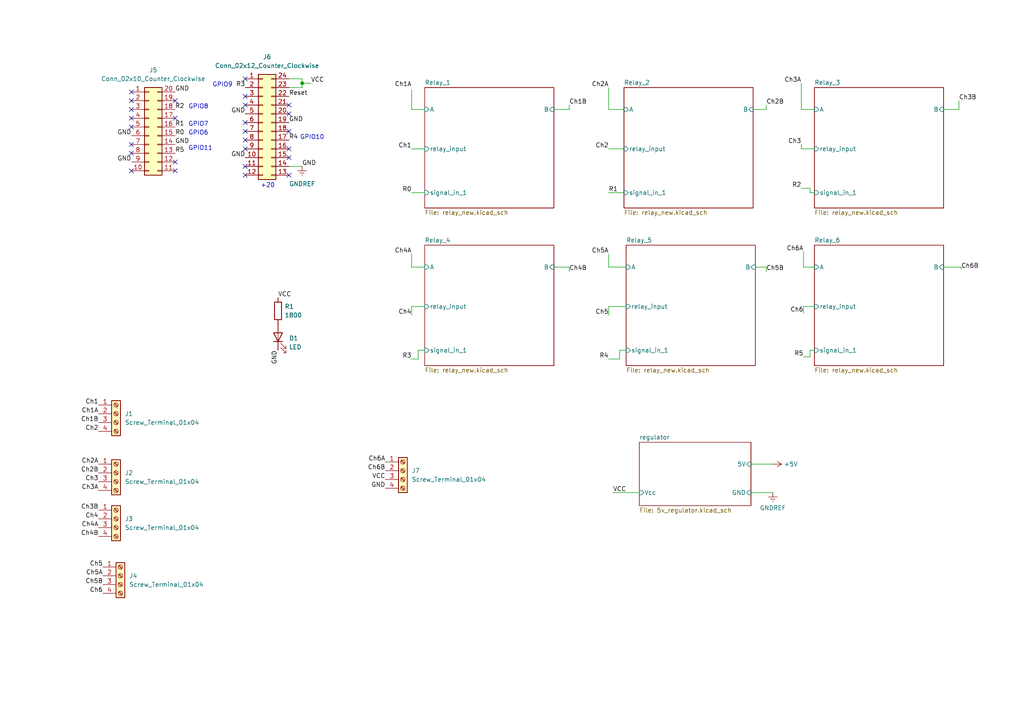
<source format=kicad_sch>
(kicad_sch (version 20211123) (generator eeschema)
  (paper "A4")
  (lib_symbols
    (symbol "Connector:Screw_Terminal_01x04" (pin_names (offset 1.016) hide)
      (property "Reference" "J" (at 0 5.08 0))
      (property "Value" "Screw_Terminal_01x04" (at 0 -7.62 0))
      (symbol "Screw_Terminal_01x04_1_1"
        (rectangle (start -1.27 3.81) (end 1.27 -6.35) (stroke (width 0.254)) (fill (type background)))
        (circle (center 0 -5.08) (radius 0.635) (stroke (width 0.1524)))
        (circle (center 0 -2.54) (radius 0.635) (stroke (width 0.1524)))
        (polyline (pts (xy -0.5334 -4.7498) (xy 0.3302 -5.588)) (stroke (width 0.1524)))
        (polyline (pts (xy -0.5334 -2.2098) (xy 0.3302 -3.048)) (stroke (width 0.1524)))
        (polyline (pts (xy -0.5334 0.3302) (xy 0.3302 -0.508)) (stroke (width 0.1524)))
        (polyline (pts (xy -0.5334 2.8702) (xy 0.3302 2.032)) (stroke (width 0.1524)))
        (polyline (pts (xy -0.3556 -4.572) (xy 0.508 -5.4102)) (stroke (width 0.1524)))
        (polyline (pts (xy -0.3556 -2.032) (xy 0.508 -2.8702)) (stroke (width 0.1524)))
        (polyline (pts (xy -0.3556 0.508) (xy 0.508 -0.3302)) (stroke (width 0.1524)))
        (polyline (pts (xy -0.3556 3.048) (xy 0.508 2.2098)) (stroke (width 0.1524)))
        (circle (center 0 0) (radius 0.635) (stroke (width 0.1524)))
        (circle (center 0 2.54) (radius 0.635) (stroke (width 0.1524)))
        (pin passive line (at -5.08 2.54 0) (length 3.81) (name "Pin_1") (number "1"))
        (pin passive line (at -5.08 0 0) (length 3.81) (name "Pin_2") (number "2"))
        (pin passive line (at -5.08 -2.54 0) (length 3.81) (name "Pin_3") (number "3"))
        (pin passive line (at -5.08 -5.08 0) (length 3.81) (name "Pin_4") (number "4"))
      )
    )
    (symbol "Connector_Generic:Conn_02x10_Counter_Clockwise" (pin_names (offset 1.016) hide)
      (property "Reference" "J" (at 1.27 12.7 0))
      (property "Value" "Conn_02x10_Counter_Clockwise" (at 1.27 -15.24 0))
      (symbol "Conn_02x10_Counter_Clockwise_1_1"
        (rectangle (start -1.27 -12.573) (end 0 -12.827) (stroke (width 0.1524)))
        (rectangle (start -1.27 -10.033) (end 0 -10.287) (stroke (width 0.1524)))
        (rectangle (start -1.27 -7.493) (end 0 -7.747) (stroke (width 0.1524)))
        (rectangle (start -1.27 -4.953) (end 0 -5.207) (stroke (width 0.1524)))
        (rectangle (start -1.27 -2.413) (end 0 -2.667) (stroke (width 0.1524)))
        (rectangle (start -1.27 0.127) (end 0 -0.127) (stroke (width 0.1524)))
        (rectangle (start -1.27 2.667) (end 0 2.413) (stroke (width 0.1524)))
        (rectangle (start -1.27 5.207) (end 0 4.953) (stroke (width 0.1524)))
        (rectangle (start -1.27 7.747) (end 0 7.493) (stroke (width 0.1524)))
        (rectangle (start -1.27 10.287) (end 0 10.033) (stroke (width 0.1524)))
        (rectangle (start -1.27 11.43) (end 3.81 -13.97) (stroke (width 0.254)) (fill (type background)))
        (rectangle (start 3.81 -12.573) (end 2.54 -12.827) (stroke (width 0.1524)))
        (rectangle (start 3.81 -10.033) (end 2.54 -10.287) (stroke (width 0.1524)))
        (rectangle (start 3.81 -7.493) (end 2.54 -7.747) (stroke (width 0.1524)))
        (rectangle (start 3.81 -4.953) (end 2.54 -5.207) (stroke (width 0.1524)))
        (rectangle (start 3.81 -2.413) (end 2.54 -2.667) (stroke (width 0.1524)))
        (rectangle (start 3.81 0.127) (end 2.54 -0.127) (stroke (width 0.1524)))
        (rectangle (start 3.81 2.667) (end 2.54 2.413) (stroke (width 0.1524)))
        (rectangle (start 3.81 5.207) (end 2.54 4.953) (stroke (width 0.1524)))
        (rectangle (start 3.81 7.747) (end 2.54 7.493) (stroke (width 0.1524)))
        (rectangle (start 3.81 10.287) (end 2.54 10.033) (stroke (width 0.1524)))
        (pin passive line (at -5.08 10.16 0) (length 3.81) (name "Pin_1") (number "1"))
        (pin passive line (at -5.08 -12.7 0) (length 3.81) (name "Pin_10") (number "10"))
        (pin passive line (at 7.62 -12.7 180) (length 3.81) (name "Pin_11") (number "11"))
        (pin passive line (at 7.62 -10.16 180) (length 3.81) (name "Pin_12") (number "12"))
        (pin passive line (at 7.62 -7.62 180) (length 3.81) (name "Pin_13") (number "13"))
        (pin passive line (at 7.62 -5.08 180) (length 3.81) (name "Pin_14") (number "14"))
        (pin passive line (at 7.62 -2.54 180) (length 3.81) (name "Pin_15") (number "15"))
        (pin passive line (at 7.62 0 180) (length 3.81) (name "Pin_16") (number "16"))
        (pin passive line (at 7.62 2.54 180) (length 3.81) (name "Pin_17") (number "17"))
        (pin passive line (at 7.62 5.08 180) (length 3.81) (name "Pin_18") (number "18"))
        (pin passive line (at 7.62 7.62 180) (length 3.81) (name "Pin_19") (number "19"))
        (pin passive line (at -5.08 7.62 0) (length 3.81) (name "Pin_2") (number "2"))
        (pin passive line (at 7.62 10.16 180) (length 3.81) (name "Pin_20") (number "20"))
        (pin passive line (at -5.08 5.08 0) (length 3.81) (name "Pin_3") (number "3"))
        (pin passive line (at -5.08 2.54 0) (length 3.81) (name "Pin_4") (number "4"))
        (pin passive line (at -5.08 0 0) (length 3.81) (name "Pin_5") (number "5"))
        (pin passive line (at -5.08 -2.54 0) (length 3.81) (name "Pin_6") (number "6"))
        (pin passive line (at -5.08 -5.08 0) (length 3.81) (name "Pin_7") (number "7"))
        (pin passive line (at -5.08 -7.62 0) (length 3.81) (name "Pin_8") (number "8"))
        (pin passive line (at -5.08 -10.16 0) (length 3.81) (name "Pin_9") (number "9"))
      )
    )
    (symbol "Connector_Generic:Conn_02x12_Counter_Clockwise" (pin_names (offset 1.016) hide)
      (property "Reference" "J" (at 1.27 15.24 0))
      (property "Value" "Conn_02x12_Counter_Clockwise" (at 1.27 -17.78 0))
      (symbol "Conn_02x12_Counter_Clockwise_1_1"
        (rectangle (start -1.27 -15.113) (end 0 -15.367) (stroke (width 0.1524)))
        (rectangle (start -1.27 -12.573) (end 0 -12.827) (stroke (width 0.1524)))
        (rectangle (start -1.27 -10.033) (end 0 -10.287) (stroke (width 0.1524)))
        (rectangle (start -1.27 -7.493) (end 0 -7.747) (stroke (width 0.1524)))
        (rectangle (start -1.27 -4.953) (end 0 -5.207) (stroke (width 0.1524)))
        (rectangle (start -1.27 -2.413) (end 0 -2.667) (stroke (width 0.1524)))
        (rectangle (start -1.27 0.127) (end 0 -0.127) (stroke (width 0.1524)))
        (rectangle (start -1.27 2.667) (end 0 2.413) (stroke (width 0.1524)))
        (rectangle (start -1.27 5.207) (end 0 4.953) (stroke (width 0.1524)))
        (rectangle (start -1.27 7.747) (end 0 7.493) (stroke (width 0.1524)))
        (rectangle (start -1.27 10.287) (end 0 10.033) (stroke (width 0.1524)))
        (rectangle (start -1.27 12.827) (end 0 12.573) (stroke (width 0.1524)))
        (rectangle (start -1.27 13.97) (end 3.81 -16.51) (stroke (width 0.254)) (fill (type background)))
        (rectangle (start 3.81 -15.113) (end 2.54 -15.367) (stroke (width 0.1524)))
        (rectangle (start 3.81 -12.573) (end 2.54 -12.827) (stroke (width 0.1524)))
        (rectangle (start 3.81 -10.033) (end 2.54 -10.287) (stroke (width 0.1524)))
        (rectangle (start 3.81 -7.493) (end 2.54 -7.747) (stroke (width 0.1524)))
        (rectangle (start 3.81 -4.953) (end 2.54 -5.207) (stroke (width 0.1524)))
        (rectangle (start 3.81 -2.413) (end 2.54 -2.667) (stroke (width 0.1524)))
        (rectangle (start 3.81 0.127) (end 2.54 -0.127) (stroke (width 0.1524)))
        (rectangle (start 3.81 2.667) (end 2.54 2.413) (stroke (width 0.1524)))
        (rectangle (start 3.81 5.207) (end 2.54 4.953) (stroke (width 0.1524)))
        (rectangle (start 3.81 7.747) (end 2.54 7.493) (stroke (width 0.1524)))
        (rectangle (start 3.81 10.287) (end 2.54 10.033) (stroke (width 0.1524)))
        (rectangle (start 3.81 12.827) (end 2.54 12.573) (stroke (width 0.1524)))
        (pin passive line (at -5.08 12.7 0) (length 3.81) (name "Pin_1") (number "1"))
        (pin passive line (at -5.08 -10.16 0) (length 3.81) (name "Pin_10") (number "10"))
        (pin passive line (at -5.08 -12.7 0) (length 3.81) (name "Pin_11") (number "11"))
        (pin passive line (at -5.08 -15.24 0) (length 3.81) (name "Pin_12") (number "12"))
        (pin passive line (at 7.62 -15.24 180) (length 3.81) (name "Pin_13") (number "13"))
        (pin passive line (at 7.62 -12.7 180) (length 3.81) (name "Pin_14") (number "14"))
        (pin passive line (at 7.62 -10.16 180) (length 3.81) (name "Pin_15") (number "15"))
        (pin passive line (at 7.62 -7.62 180) (length 3.81) (name "Pin_16") (number "16"))
        (pin passive line (at 7.62 -5.08 180) (length 3.81) (name "Pin_17") (number "17"))
        (pin passive line (at 7.62 -2.54 180) (length 3.81) (name "Pin_18") (number "18"))
        (pin passive line (at 7.62 0 180) (length 3.81) (name "Pin_19") (number "19"))
        (pin passive line (at -5.08 10.16 0) (length 3.81) (name "Pin_2") (number "2"))
        (pin passive line (at 7.62 2.54 180) (length 3.81) (name "Pin_20") (number "20"))
        (pin passive line (at 7.62 5.08 180) (length 3.81) (name "Pin_21") (number "21"))
        (pin passive line (at 7.62 7.62 180) (length 3.81) (name "Pin_22") (number "22"))
        (pin passive line (at 7.62 10.16 180) (length 3.81) (name "Pin_23") (number "23"))
        (pin passive line (at 7.62 12.7 180) (length 3.81) (name "Pin_24") (number "24"))
        (pin passive line (at -5.08 7.62 0) (length 3.81) (name "Pin_3") (number "3"))
        (pin passive line (at -5.08 5.08 0) (length 3.81) (name "Pin_4") (number "4"))
        (pin passive line (at -5.08 2.54 0) (length 3.81) (name "Pin_5") (number "5"))
        (pin passive line (at -5.08 0 0) (length 3.81) (name "Pin_6") (number "6"))
        (pin passive line (at -5.08 -2.54 0) (length 3.81) (name "Pin_7") (number "7"))
        (pin passive line (at -5.08 -5.08 0) (length 3.81) (name "Pin_8") (number "8"))
        (pin passive line (at -5.08 -7.62 0) (length 3.81) (name "Pin_9") (number "9"))
      )
    )
    (symbol "Device:LED" (pin_numbers hide) (pin_names (offset 1.016) hide)
      (property "Reference" "D" (at 0 2.54 0))
      (property "Value" "LED" (at 0 -2.54 0))
      (symbol "LED_0_1"
        (polyline (pts (xy -1.27 -1.27) (xy -1.27 1.27)) (stroke (width 0.254)))
        (polyline (pts (xy -1.27 0) (xy 1.27 0)))
        (polyline (pts (xy 1.27 -1.27) (xy 1.27 1.27) (xy -1.27 0) (xy 1.27 -1.27)) (stroke (width 0.254)))
        (polyline (pts (xy -3.048 -0.762) (xy -4.572 -2.286) (xy -3.81 -2.286) (xy -4.572 -2.286) (xy -4.572 -1.524)))
        (polyline (pts (xy -1.778 -0.762) (xy -3.302 -2.286) (xy -2.54 -2.286) (xy -3.302 -2.286) (xy -3.302 -1.524)))
      )
      (symbol "LED_1_1"
        (pin passive line (at -3.81 0 0) (length 2.54) (name "K") (number "1"))
        (pin passive line (at 3.81 0 180) (length 2.54) (name "A") (number "2"))
      )
    )
    (symbol "Device:R" (pin_numbers hide) (pin_names (offset 0))
      (property "Reference" "R" (at 2.032 0 90))
      (property "Value" "R" (at 0 0 90))
      (symbol "R_0_1"
        (rectangle (start -1.016 -2.54) (end 1.016 2.54) (stroke (width 0.254)))
      )
      (symbol "R_1_1"
        (pin passive line (at 0 3.81 270) (length 1.27) (name "~") (number "1"))
        (pin passive line (at 0 -3.81 90) (length 1.27) (name "~") (number "2"))
      )
    )
    (symbol "power:+5V" (power) (pin_names (offset 0))
      (property "Value" "+5V" (at 0 3.556 0))
      (symbol "+5V_0_1"
        (polyline (pts (xy -0.762 1.27) (xy 0 2.54)))
        (polyline (pts (xy 0 0) (xy 0 2.54)))
        (polyline (pts (xy 0 2.54) (xy 0.762 1.27)))
      )
      (symbol "+5V_1_1"
        (pin power_in line (at 0 0 90) (length 0) hide (name "+5V") (number "1"))
      )
    )
    (symbol "power:GNDREF" (power) (pin_names (offset 0))
      (property "Value" "GNDREF" (at 0 -3.81 0))
      (symbol "GNDREF_0_1"
        (polyline (pts (xy -0.635 -1.905) (xy 0.635 -1.905)))
        (polyline (pts (xy -0.127 -2.54) (xy 0.127 -2.54)))
        (polyline (pts (xy 0 -1.27) (xy 0 0)))
        (polyline (pts (xy 1.27 -1.27) (xy -1.27 -1.27)))
      )
      (symbol "GNDREF_1_1"
        (pin power_in line (at 0 0 270) (length 0) hide (name "GNDREF") (number "1"))
      )
    )
  )
  (junction (at 87.63 24.13))
  (no_connect (at 38.1 34.29))
  (no_connect (at 50.8 34.29))
  (no_connect (at 50.8 29.21))
  (no_connect (at 38.1 26.67))
  (no_connect (at 38.1 29.21))
  (no_connect (at 50.8 49.53))
  (no_connect (at 50.8 46.99))
  (no_connect (at 38.1 41.91))
  (no_connect (at 38.1 44.45))
  (no_connect (at 38.1 49.53))
  (no_connect (at 71.12 40.64))
  (no_connect (at 71.12 38.1))
  (no_connect (at 71.12 35.56))
  (no_connect (at 71.12 30.48))
  (no_connect (at 71.12 27.94))
  (no_connect (at 71.12 22.86))
  (no_connect (at 38.1 31.75))
  (no_connect (at 38.1 36.83))
  (no_connect (at 83.82 50.8))
  (no_connect (at 71.12 50.8))
  (no_connect (at 71.12 48.26))
  (no_connect (at 71.12 43.18))
  (no_connect (at 83.82 33.02))
  (no_connect (at 83.82 38.1))
  (no_connect (at 83.82 30.48))
  (no_connect (at 83.82 43.18))
  (no_connect (at 83.82 45.72))
  (wire (pts (xy 233.045 103.505) (xy 234.95 103.505)))
  (wire (pts (xy 119.38 88.9) (xy 123.19 88.9)))
  (wire (pts (xy 165.1 31.75) (xy 160.655 31.75)))
  (wire (pts (xy 119.38 91.44) (xy 119.38 88.9)))
  (wire (pts (xy 176.53 73.66) (xy 176.53 77.47)))
  (wire (pts (xy 165.1 78.74) (xy 165.1 77.47)))
  (wire (pts (xy 278.13 31.75) (xy 273.685 31.75)))
  (wire (pts (xy 87.63 22.86) (xy 83.82 22.86)))
  (wire (pts (xy 233.045 77.47) (xy 236.22 77.47)))
  (wire (pts (xy 222.25 30.48) (xy 222.25 31.75)))
  (wire (pts (xy 90.17 24.13) (xy 87.63 24.13)))
  (wire (pts (xy 87.63 48.26) (xy 83.82 48.26)))
  (wire (pts (xy 278.765 78.105) (xy 278.765 77.47)))
  (wire (pts (xy 222.25 77.47) (xy 219.075 77.47)))
  (wire (pts (xy 119.38 73.66) (xy 119.38 77.47)))
  (wire (pts (xy 176.53 91.44) (xy 176.53 88.9)))
  (wire (pts (xy 119.38 43.18) (xy 123.19 43.18)))
  (wire (pts (xy 176.53 88.9) (xy 181.61 88.9)))
  (wire (pts (xy 233.045 73.025) (xy 233.045 77.47)))
  (wire (pts (xy 232.41 41.91) (xy 232.41 43.18)))
  (wire (pts (xy 232.41 43.18) (xy 236.22 43.18)))
  (wire (pts (xy 232.41 31.75) (xy 236.22 31.75)))
  (wire (pts (xy 176.53 55.88) (xy 180.975 55.88)))
  (wire (pts (xy 176.53 43.18) (xy 180.975 43.18)))
  (wire (pts (xy 87.63 24.13) (xy 87.63 25.4)))
  (wire (pts (xy 232.41 54.61) (xy 234.95 54.61)))
  (wire (pts (xy 278.765 77.47) (xy 273.685 77.47)))
  (wire (pts (xy 217.805 142.875) (xy 224.155 142.875)))
  (wire (pts (xy 234.95 103.505) (xy 234.95 101.6)))
  (wire (pts (xy 87.63 25.4) (xy 83.82 25.4)))
  (wire (pts (xy 177.8 142.875) (xy 185.42 142.875)))
  (wire (pts (xy 278.13 29.21) (xy 278.13 31.75)))
  (wire (pts (xy 232.41 24.13) (xy 232.41 31.75)))
  (wire (pts (xy 179.705 101.6) (xy 181.61 101.6)))
  (wire (pts (xy 234.95 54.61) (xy 234.95 55.88)))
  (wire (pts (xy 176.53 25.4) (xy 176.53 31.75)))
  (wire (pts (xy 119.38 31.75) (xy 123.19 31.75)))
  (wire (pts (xy 121.285 104.14) (xy 121.285 101.6)))
  (wire (pts (xy 121.285 101.6) (xy 123.19 101.6)))
  (wire (pts (xy 87.63 24.13) (xy 87.63 22.86)))
  (wire (pts (xy 233.045 90.805) (xy 233.045 88.9)))
  (wire (pts (xy 222.25 31.75) (xy 218.44 31.75)))
  (wire (pts (xy 165.1 77.47) (xy 160.655 77.47)))
  (wire (pts (xy 234.95 55.88) (xy 236.22 55.88)))
  (wire (pts (xy 217.805 134.62) (xy 224.155 134.62)))
  (wire (pts (xy 234.95 101.6) (xy 236.22 101.6)))
  (wire (pts (xy 233.045 88.9) (xy 236.22 88.9)))
  (wire (pts (xy 119.38 104.14) (xy 121.285 104.14)))
  (wire (pts (xy 176.53 104.14) (xy 179.705 104.14)))
  (wire (pts (xy 165.1 30.48) (xy 165.1 31.75)))
  (wire (pts (xy 179.705 104.14) (xy 179.705 101.6)))
  (wire (pts (xy 119.38 77.47) (xy 123.19 77.47)))
  (wire (pts (xy 176.53 31.75) (xy 180.975 31.75)))
  (wire (pts (xy 119.38 55.88) (xy 123.19 55.88)))
  (wire (pts (xy 222.25 78.74) (xy 222.25 77.47)))
  (wire (pts (xy 119.38 26.035) (xy 119.38 31.75)))
  (wire (pts (xy 176.53 77.47) (xy 181.61 77.47)))
  (text "GPIO7" (at 54.61 36.83 0) (effects (font (size 1.27 1.27)) (justify left bottom)))
  (text "GPIO9" (at 61.595 25.4 0) (effects (font (size 1.27 1.27)) (justify left bottom)))
  (text "GPIO8" (at 54.61 31.75 0) (effects (font (size 1.27 1.27)) (justify left bottom)))
  (text "GPIO10" (at 86.995 40.64 0) (effects (font (size 1.27 1.27)) (justify left bottom)))
  (text "GPIO11" (at 54.61 43.815 0) (effects (font (size 1.27 1.27)) (justify left bottom)))
  (text "+20" (at 75.565 54.61 0) (effects (font (size 1.27 1.27)) (justify left bottom)))
  (text "GPIO6" (at 54.61 39.37 0) (effects (font (size 1.27 1.27)) (justify left bottom)))
  (label "R3" (at 119.38 104.14 180))
  (label "Ch6A" (at 111.76 133.985 180))
  (label "R1" (at 176.53 55.88 0))
  (label "Ch2A" (at 28.575 134.62 180))
  (label "Ch6" (at 29.845 172.085 180))
  (label "R1" (at 50.8 36.83 0))
  (label "Ch5B" (at 29.845 169.545 180))
  (label "GND" (at 87.63 48.26 0))
  (label "GND" (at 111.76 141.605 180))
  (label "Ch5" (at 176.53 91.44 180))
  (label "Ch1B" (at 28.575 122.555 180))
  (label "Ch1A" (at 28.575 120.015 180))
  (label "Ch2" (at 176.53 43.18 180))
  (label "R4" (at 176.53 104.14 180))
  (label "Ch1" (at 28.575 117.475 180))
  (label "Ch3A" (at 28.575 142.24 180))
  (label "R5" (at 233.045 103.505 180))
  (label "Ch1A" (at 119.38 25.4 180))
  (label "Ch3B" (at 278.13 29.21 0))
  (label "Ch6" (at 233.045 90.805 180))
  (label "R2" (at 232.41 54.61 180))
  (label "VCC" (at 80.645 86.36 0))
  (label "Ch1" (at 119.38 43.18 180))
  (label "Ch3A" (at 232.41 24.13 180))
  (label "R0" (at 119.38 55.88 180))
  (label "Ch4A" (at 119.38 73.66 180))
  (label "Ch5B" (at 222.25 78.74 0))
  (label "R0" (at 50.8 39.37 0))
  (label "Ch5A" (at 29.845 167.005 180))
  (label "Ch4B" (at 165.1 78.74 0))
  (label "VCC" (at 177.8 142.875 0))
  (label "R5" (at 50.8 44.45 0))
  (label "Ch3" (at 28.575 139.7 180))
  (label "R4" (at 83.82 40.64 0))
  (label "Ch5" (at 29.845 164.465 180))
  (label "Ch4B" (at 28.575 155.575 180))
  (label "Ch2B" (at 222.25 30.48 0))
  (label "VCC" (at 90.17 24.13 0))
  (label "Ch5A" (at 176.53 73.66 180))
  (label "GND" (at 38.1 39.37 180))
  (label "Ch3" (at 232.41 41.91 180))
  (label "R2" (at 50.8 31.75 0))
  (label "Ch2A" (at 176.53 25.4 180))
  (label "GND" (at 50.8 41.91 0))
  (label "GND" (at 38.1 46.99 180))
  (label "GND" (at 83.82 35.56 0))
  (label "Ch6B" (at 111.76 136.525 180))
  (label "Reset" (at 83.82 27.94 0))
  (label "Ch4" (at 119.38 91.44 180))
  (label "Ch4" (at 28.575 150.495 180))
  (label "Ch6A" (at 233.045 73.025 180))
  (label "GND" (at 80.645 101.6 270))
  (label "GND" (at 71.12 45.72 180))
  (label "R3" (at 71.12 25.4 180))
  (label "Ch6B" (at 278.765 78.105 0))
  (label "GND" (at 71.12 33.02 180))
  (label "Ch2B" (at 28.575 137.16 180))
  (label "GND" (at 50.8 26.67 0))
  (label "Ch1B" (at 165.1 30.48 0))
  (label "Ch3B" (at 28.575 147.955 180))
  (label "VCC" (at 111.76 139.065 180))
  (label "Ch4A" (at 28.575 153.035 180))
  (label "Ch2" (at 28.575 125.095 180))
  (symbol (lib_id "power:+5V") (at 224.155 134.62 270) (unit 1)
    (property "Reference" "#PWR0103" (effects hide))
    (property "Value" "+5V" (at 227.33 134.6199 90) (effects (justify left)))
  )
  (symbol (lib_id "Connector:Screw_Terminal_01x04") (at 33.655 137.16 0) (unit 1)
    (property "Reference" "J2" (at 36.195 137.1599 0) (effects (justify left)))
    (property "Value" "Screw_Terminal_01x04" (at 36.195 139.6999 0) (effects (justify left)))
    (property "Footprint" "BAJA-4PIN:1984989" (effects hide))
  )
  (symbol (lib_id "Device:LED") (at 80.645 97.79 90) (unit 1)
    (property "Reference" "D1" (at 83.82 98.1074 90) (effects (justify right)))
    (property "Value" "LED" (at 83.82 100.6474 90) (effects (justify right)))
    (property "Footprint" "Diode_SMD:D_1206_3216Metric" (effects hide))
  )
  (symbol (lib_id "Connector:Screw_Terminal_01x04") (at 33.655 120.015 0) (unit 1)
    (property "Reference" "J1" (at 36.195 120.0149 0) (effects (justify left)))
    (property "Value" "Screw_Terminal_01x04" (at 36.195 122.5549 0) (effects (justify left)))
    (property "Footprint" "BAJA-4PIN:1984989" (effects hide))
  )
  (symbol (lib_id "Device:R") (at 80.645 90.17 0) (unit 1)
    (property "Reference" "R1" (at 82.55 88.8999 0) (effects (justify left)))
    (property "Value" "1800" (at 82.55 91.4399 0) (effects (justify left)))
    (property "Footprint" "Resistor_SMD:R_0603_1608Metric" (effects hide))
  )
  (symbol (lib_id "Connector:Screw_Terminal_01x04") (at 33.655 150.495 0) (unit 1)
    (property "Reference" "J3" (at 36.195 150.4949 0) (effects (justify left)))
    (property "Value" "Screw_Terminal_01x04" (at 36.195 153.0349 0) (effects (justify left)))
    (property "Footprint" "BAJA-4PIN:1984989" (effects hide))
  )
  (symbol (lib_id "Connector:Screw_Terminal_01x04") (at 34.925 167.005 0) (unit 1)
    (property "Reference" "J4" (at 37.465 167.0049 0) (effects (justify left)))
    (property "Value" "Screw_Terminal_01x04" (at 37.465 169.5449 0) (effects (justify left)))
    (property "Footprint" "BAJA-4PIN:1984989" (effects hide))
  )
  (symbol (lib_id "power:GNDREF") (at 87.63 48.26 0) (unit 1)
    (property "Reference" "#PWR0101" (effects hide))
    (property "Value" "GNDREF" (at 87.63 53.34 0))
  )
  (symbol (lib_id "power:GNDREF") (at 224.155 142.875 0) (unit 1)
    (property "Reference" "#PWR0102" (effects hide))
    (property "Value" "GNDREF" (at 224.155 147.32 0))
  )
  (symbol (lib_id "Connector_Generic:Conn_02x10_Counter_Clockwise") (at 43.18 36.83 0) (unit 1)
    (property "Reference" "J5" (at 44.45 20.32 0))
    (property "Value" "Conn_02x10_Counter_Clockwise" (at 44.45 22.86 0))
    (property "Footprint" "Connector_PinHeader_2.54mm:PinHeader_2x10_P2.54mm_Vertical" (effects hide))
  )
  (symbol (lib_id "Connector_Generic:Conn_02x12_Counter_Clockwise") (at 76.2 35.56 0) (unit 1)
    (property "Reference" "J6" (at 77.47 16.51 0))
    (property "Value" "Conn_02x12_Counter_Clockwise" (at 77.47 19.05 0))
    (property "Footprint" "Connector_PinHeader_2.54mm:PinHeader_2x12_P2.54mm_Vertical" (effects hide))
  )
  (symbol (lib_id "Connector:Screw_Terminal_01x04") (at 116.84 136.525 0) (unit 1)
    (property "Reference" "J7" (at 119.38 136.5249 0) (effects (justify left)))
    (property "Value" "Screw_Terminal_01x04" (at 119.38 139.0649 0) (effects (justify left)))
    (property "Footprint" "BAJA-4PIN:1984989" (effects hide))
  )
  (sheet (at 123.19 71.12) (size 37.465 34.925) (stroke (width 0.1524))
    (property "Sheet name" "Relay_4" (at 123.19 70.4084 0) (effects (justify left bottom)))
    (property "Sheet file" "relay_new.kicad_sch" (at 123.19 106.6296 0) (effects (justify left top)))
    (pin "signal_in_1" input (at 123.19 101.6 180))
    (pin "relay_input" input (at 123.19 88.9 180))
    (pin "A" input (at 123.19 77.47 180))
    (pin "B" input (at 160.655 77.47 0))
  )
  (sheet (at 180.975 25.4) (size 37.465 34.925) (stroke (width 0.1524))
    (property "Sheet name" "Relay_2" (at 180.975 24.6884 0) (effects (justify left bottom)))
    (property "Sheet file" "relay_new.kicad_sch" (at 180.975 60.9096 0) (effects (justify left top)))
    (pin "signal_in_1" input (at 180.975 55.88 180))
    (pin "relay_input" input (at 180.975 43.18 180))
    (pin "A" input (at 180.975 31.75 180))
    (pin "B" input (at 218.44 31.75 0))
  )
  (sheet (at 185.42 128.27) (size 32.385 18.415) (stroke (width 0.1524))
    (property "Sheet name" "regulator" (at 185.42 127.5584 0) (effects (justify left bottom)))
    (property "Sheet file" "5v_regulator.kicad_sch" (at 185.42 147.2696 0) (effects (justify left top)))
    (pin "GND" input (at 217.805 142.875 0))
    (pin "Vcc" input (at 185.42 142.875 180))
    (pin "5V" input (at 217.805 134.62 0))
  )
  (sheet (at 181.61 71.12) (size 37.465 34.925) (stroke (width 0.1524))
    (property "Sheet name" "Relay_5" (at 181.61 70.4084 0) (effects (justify left bottom)))
    (property "Sheet file" "relay_new.kicad_sch" (at 181.61 106.6296 0) (effects (justify left top)))
    (pin "signal_in_1" input (at 181.61 101.6 180))
    (pin "relay_input" input (at 181.61 88.9 180))
    (pin "A" input (at 181.61 77.47 180))
    (pin "B" input (at 219.075 77.47 0))
  )
  (sheet (at 123.19 25.4) (size 37.465 34.925) (stroke (width 0.1524))
    (property "Sheet name" "Relay_1" (at 123.19 24.6884 0) (effects (justify left bottom)))
    (property "Sheet file" "relay_new.kicad_sch" (at 123.19 60.9096 0) (effects (justify left top)))
    (pin "signal_in_1" input (at 123.19 55.88 180))
    (pin "relay_input" input (at 123.19 43.18 180))
    (pin "A" input (at 123.19 31.75 180))
    (pin "B" input (at 160.655 31.75 0))
  )
  (sheet (at 236.22 71.12) (size 37.465 34.925) (stroke (width 0.1524))
    (property "Sheet name" "Relay_6" (at 236.22 70.4084 0) (effects (justify left bottom)))
    (property "Sheet file" "relay_new.kicad_sch" (at 236.22 106.6296 0) (effects (justify left top)))
    (pin "signal_in_1" input (at 236.22 101.6 180))
    (pin "relay_input" input (at 236.22 88.9 180))
    (pin "A" input (at 236.22 77.47 180))
    (pin "B" input (at 273.685 77.47 0))
  )
  (sheet (at 236.22 25.4) (size 37.465 34.925) (stroke (width 0.1524))
    (property "Sheet name" "Relay_3" (at 236.22 24.6884 0) (effects (justify left bottom)))
    (property "Sheet file" "relay_new.kicad_sch" (at 236.22 60.9096 0) (effects (justify left top)))
    (pin "signal_in_1" input (at 236.22 55.88 180))
    (pin "relay_input" input (at 236.22 43.18 180))
    (pin "A" input (at 236.22 31.75 180))
    (pin "B" input (at 273.685 31.75 0))
  )
)
</source>
